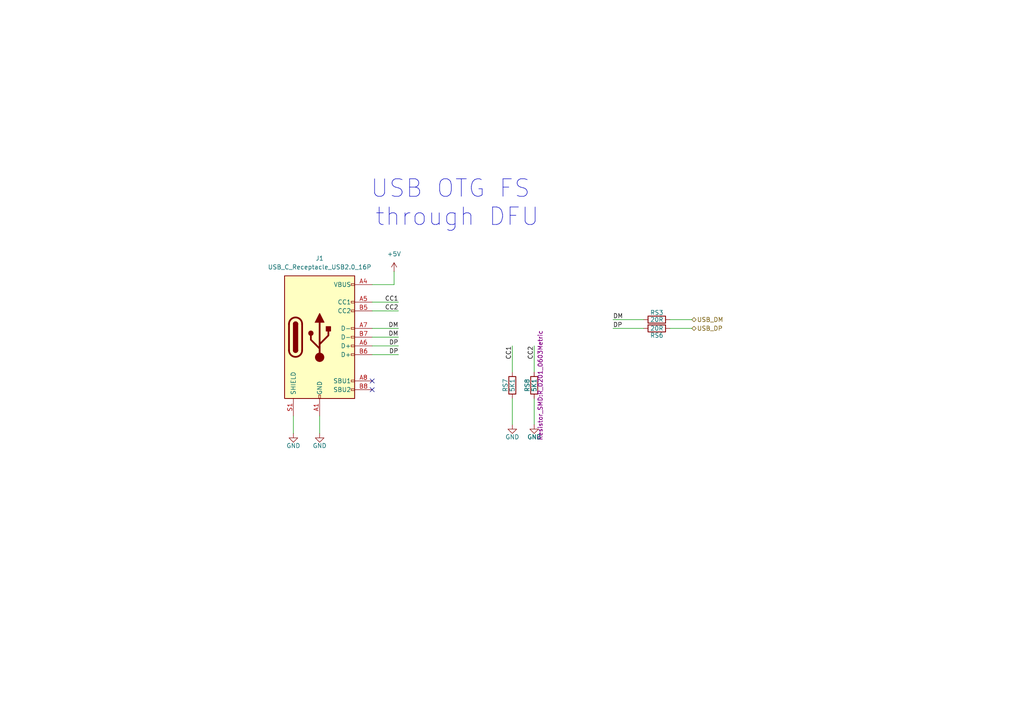
<source format=kicad_sch>
(kicad_sch (version 20250114) (generator "eeschema") (generator_version "9.0")
  (paper "A4")
  (lib_symbols
    (symbol "Connector:USB_C_Receptacle_USB2.0_16P" (pin_names (offset 1.016))
      (property "Reference" "J" (at 0 22.225 0))
      (property "Value" "USB_C_Receptacle_USB2.0_16P" (at 0 19.685 0))
      (symbol "USB_C_Receptacle_USB2.0_16P_0_0"
        (rectangle (start -0.254 -17.78) (end 0.254 -16.764))
        (rectangle (start 10.16 15.494) (end 9.144 14.986))
        (rectangle (start 10.16 10.414) (end 9.144 9.906))
        (rectangle (start 10.16 7.874) (end 9.144 7.366))
        (rectangle (start 10.16 2.794) (end 9.144 2.286))
        (rectangle (start 10.16 0.254) (end 9.144 -0.254))
        (rectangle (start 10.16 -2.286) (end 9.144 -2.794))
        (rectangle (start 10.16 -4.826) (end 9.144 -5.334))
        (rectangle (start 10.16 -12.446) (end 9.144 -12.954))
        (rectangle (start 10.16 -14.986) (end 9.144 -15.494))
      )
      (symbol "USB_C_Receptacle_USB2.0_16P_0_1"
        (rectangle (start -10.16 17.78) (end 10.16 -17.78) (stroke (width 0.254)) (fill (type background)))
        (polyline (pts (xy -8.89 -3.81) (xy -8.89 3.81)) (stroke (width 0.508)))
        (rectangle (start -7.62 -3.81) (end -6.35 3.81) (stroke (width 0.254)) (fill (type outline)))
        (arc (start -7.62 3.81) (mid -6.985 4.4423) (end -6.35 3.81) (stroke (width 0.254)))
        (arc (start -7.62 3.81) (mid -6.985 4.4423) (end -6.35 3.81) (stroke (width 0.254)) (fill (type outline)))
        (arc (start -8.89 3.81) (mid -6.985 5.7067) (end -5.08 3.81) (stroke (width 0.508)))
        (arc (start -5.08 -3.81) (mid -6.985 -5.7067) (end -8.89 -3.81) (stroke (width 0.508)))
        (arc (start -6.35 -3.81) (mid -6.985 -4.4423) (end -7.62 -3.81) (stroke (width 0.254)))
        (arc (start -6.35 -3.81) (mid -6.985 -4.4423) (end -7.62 -3.81) (stroke (width 0.254)) (fill (type outline)))
        (polyline (pts (xy -5.08 3.81) (xy -5.08 -3.81)) (stroke (width 0.508)))
        (circle (center -2.54 1.143) (radius 0.635) (stroke (width 0.254)) (fill (type outline)))
        (polyline (pts (xy -1.27 4.318) (xy 0 6.858) (xy 1.27 4.318) (xy -1.27 4.318)) (stroke (width 0.254)) (fill (type outline)))
        (polyline (pts (xy 0 -2.032) (xy 2.54 0.508) (xy 2.54 1.778)) (stroke (width 0.508)))
        (polyline (pts (xy 0 -3.302) (xy -2.54 -0.762) (xy -2.54 0.508)) (stroke (width 0.508)))
        (polyline (pts (xy 0 -5.842) (xy 0 4.318)) (stroke (width 0.508)))
        (circle (center 0 -5.842) (radius 1.27) (fill (type outline)))
        (rectangle (start 1.905 1.778) (end 3.175 3.048) (stroke (width 0.254)) (fill (type outline)))
      )
      (symbol "USB_C_Receptacle_USB2.0_16P_1_1"
        (pin passive line (at -7.62 -22.86 90) (length 5.08) (name "SHIELD") (number "S1"))
        (pin passive line (at 0 -22.86 90) (length 5.08) (name "GND") (number "A1"))
        (pin passive line (at 0 -22.86 90) (length 5.08) (hide yes) (name "GND") (number "A12"))
        (pin passive line (at 0 -22.86 90) (length 5.08) (hide yes) (name "GND") (number "B1"))
        (pin passive line (at 0 -22.86 90) (length 5.08) (hide yes) (name "GND") (number "B12"))
        (pin passive line (at 15.24 15.24 180) (length 5.08) (name "VBUS") (number "A4"))
        (pin passive line (at 15.24 15.24 180) (length 5.08) (hide yes) (name "VBUS") (number "A9"))
        (pin passive line (at 15.24 15.24 180) (length 5.08) (hide yes) (name "VBUS") (number "B4"))
        (pin passive line (at 15.24 15.24 180) (length 5.08) (hide yes) (name "VBUS") (number "B9"))
        (pin bidirectional line (at 15.24 10.16 180) (length 5.08) (name "CC1") (number "A5"))
        (pin bidirectional line (at 15.24 7.62 180) (length 5.08) (name "CC2") (number "B5"))
        (pin bidirectional line (at 15.24 2.54 180) (length 5.08) (name "D-") (number "A7"))
        (pin bidirectional line (at 15.24 0 180) (length 5.08) (name "D-") (number "B7"))
        (pin bidirectional line (at 15.24 -2.54 180) (length 5.08) (name "D+") (number "A6"))
        (pin bidirectional line (at 15.24 -5.08 180) (length 5.08) (name "D+") (number "B6"))
        (pin bidirectional line (at 15.24 -12.7 180) (length 5.08) (name "SBU1") (number "A8"))
        (pin bidirectional line (at 15.24 -15.24 180) (length 5.08) (name "SBU2") (number "B8"))
      )
    )
    (symbol "Device:R" (pin_numbers (hide yes)) (pin_names (offset 0))
      (property "Reference" "R" (at 2.032 0 90))
      (property "Value" "R" (at 0 0 90))
      (symbol "R_0_1"
        (rectangle (start -1.016 -2.54) (end 1.016 2.54) (stroke (width 0.254)))
      )
      (symbol "R_1_1"
        (pin passive line (at 0 3.81 270) (length 1.27) (name "~") (number "1"))
        (pin passive line (at 0 -3.81 90) (length 1.27) (name "~") (number "2"))
      )
    )
    (symbol "GND_1" (power) (pin_numbers (hide yes)) (pin_names (offset 0) (hide yes))
      (property "Value" "GND" (at 0 -3.81 0))
      (symbol "GND_1_0_1"
        (polyline (pts (xy 0 0) (xy 0 -1.27) (xy 1.27 -1.27) (xy 0 -2.54) (xy -1.27 -1.27) (xy 0 -1.27)))
      )
      (symbol "GND_1_1_1"
        (pin power_in line (at 0 0 270) (length 0) (name "~") (number "1"))
      )
    )
    (symbol "power:+5V" (power) (pin_numbers (hide yes)) (pin_names (offset 0) (hide yes))
      (property "Value" "+5V" (at 0 3.556 0))
      (symbol "+5V_0_1"
        (polyline (pts (xy -0.762 1.27) (xy 0 2.54)))
        (polyline (pts (xy 0 2.54) (xy 0.762 1.27)))
        (polyline (pts (xy 0 0) (xy 0 2.54)))
      )
      (symbol "+5V_1_1"
        (pin power_in line (at 0 0 90) (length 0) (name "~") (number "1"))
      )
    )
  )
  (text "USB OTG FS \nthrough DFU" (at 132.588 58.928 0) (effects (font (size 5.08 5.08))))
  (no_connect (at 107.95 113.03))
  (no_connect (at 107.95 110.49))
  (wire (pts (xy 107.95 87.63) (xy 115.57 87.63)))
  (wire (pts (xy 114.3 78.74) (xy 114.3 82.55)))
  (wire (pts (xy 148.59 115.57) (xy 148.59 123.19)))
  (wire (pts (xy 186.69 95.25) (xy 177.8 95.25)))
  (wire (pts (xy 107.95 90.17) (xy 115.57 90.17)))
  (wire (pts (xy 92.71 120.65) (xy 92.71 125.73)))
  (wire (pts (xy 107.95 100.33) (xy 115.57 100.33)))
  (wire (pts (xy 148.59 100.33) (xy 148.59 107.95)))
  (wire (pts (xy 194.31 92.71) (xy 200.66 92.71)))
  (wire (pts (xy 154.94 100.33) (xy 154.94 107.95)))
  (wire (pts (xy 85.09 120.65) (xy 85.09 125.73)))
  (wire (pts (xy 107.95 95.25) (xy 115.57 95.25)))
  (wire (pts (xy 107.95 97.79) (xy 115.57 97.79)))
  (wire (pts (xy 107.95 102.87) (xy 115.57 102.87)))
  (wire (pts (xy 194.31 95.25) (xy 200.66 95.25)))
  (wire (pts (xy 114.3 82.55) (xy 107.95 82.55)))
  (wire (pts (xy 154.94 115.57) (xy 154.94 123.19)))
  (wire (pts (xy 186.69 92.71) (xy 177.8 92.71)))
  (label "DM" (at 115.57 95.25 180))
  (label "DM" (at 177.8 92.71 0))
  (label "CC1" (at 115.57 87.63 180))
  (label "DM" (at 115.57 97.79 180))
  (label "DP" (at 115.57 100.33 180))
  (label "CC1" (at 148.59 100.33 270))
  (label "DP" (at 177.8 95.25 0))
  (label "DP" (at 115.57 102.87 180))
  (label "CC2" (at 154.94 100.33 270))
  (label "CC2" (at 115.57 90.17 180))
  (hierarchical_label "USB_DP" (shape bidirectional) (at 200.66 95.25 0))
  (hierarchical_label "USB_DM" (shape bidirectional) (at 200.66 92.71 0))
  (symbol (lib_id "Device:R") (at 154.94 111.76 180) (unit 1)
    (property "Reference" "RS8" (at 152.908 111.76 90))
    (property "Value" "5K1" (at 154.94 111.76 90))
    (property "Footprint" "Resistor_SMD:R_0201_0603Metric" (at 156.718 111.76 90))
    (property "JLCPCB Part #" "C177348" (effects (hide yes)))
  )
  (symbol (lib_id "Device:R") (at 148.59 111.76 180) (unit 1)
    (property "Reference" "RS7" (at 146.558 111.76 90))
    (property "Value" "5K1" (at 148.59 111.76 90))
    (property "Footprint" "Resistor_SMD:R_0201_0603Metric" (effects (hide yes)))
    (property "JLCPCB Part #" "C177348" (effects (hide yes)))
  )
  (symbol (lib_name "GND_1") (lib_id "power:GND") (at 154.94 123.19 0) (unit 1)
    (property "Reference" "#PWR03" (effects (hide yes)))
    (property "Value" "GND" (at 154.94 126.746 0))
    (property "Description" "Power symbol creates a global label with name \"GND\" , ground" (effects (hide yes)))
  )
  (symbol (lib_name "GND_1") (lib_id "power:GND") (at 85.09 125.73 0) (unit 1)
    (property "Reference" "#PWR02" (effects (hide yes)))
    (property "Value" "GND" (at 85.09 129.286 0))
    (property "Description" "Power symbol creates a global label with name \"GND\" , ground" (effects (hide yes)))
  )
  (symbol (lib_id "Connector:USB_C_Receptacle_USB2.0_16P") (at 92.71 97.79 0) (unit 1)
    (property "Reference" "J1" (at 92.71 74.93 0))
    (property "Value" "USB_C_Receptacle_USB2.0_16P" (at 92.71 77.47 0))
    (property "Footprint" "Connector_USB:USB_C_Receptacle_GCT_USB4110" (effects (hide yes)))
    (property "Datasheet" "https://www.sohantech.com/smt16-pin-usb-type-c-female-connector-socket-for-pcb-product/" (effects (hide yes)))
    (property "Description" "USB 2.0-only 16P Type-C Receptacle connector" (effects (hide yes)))
    (property "JLCPCB Part #" "C5187472" (effects (hide yes)))
  )
  (symbol (lib_name "GND_1") (lib_id "power:GND") (at 92.71 125.73 0) (unit 1)
    (property "Reference" "#PWR01" (effects (hide yes)))
    (property "Value" "GND" (at 92.71 129.286 0))
    (property "Description" "Power symbol creates a global label with name \"GND\" , ground" (effects (hide yes)))
  )
  (symbol (lib_id "Device:R") (at 190.5 95.25 90) (mirror x) (unit 1)
    (property "Reference" "RS6" (at 190.5 97.282 90))
    (property "Value" "20R" (at 190.5 95.25 90))
    (property "Footprint" "Resistor_SMD:R_0201_0603Metric" (effects (hide yes)))
    (property "JLCPCB Part #" "C22369786" (effects (hide yes)))
  )
  (symbol (lib_id "Device:R") (at 190.5 92.71 90) (unit 1)
    (property "Reference" "RS3" (at 190.5 90.678 90))
    (property "Value" "20R" (at 190.5 92.71 90))
    (property "Footprint" "Resistor_SMD:R_0201_0603Metric" (effects (hide yes)))
    (property "JLCPCB Part #" "C22369786" (effects (hide yes)))
  )
  (symbol (lib_name "GND_1") (lib_id "power:GND") (at 148.59 123.19 0) (unit 1)
    (property "Reference" "#PWR04" (effects (hide yes)))
    (property "Value" "GND" (at 148.59 126.746 0))
    (property "Description" "Power symbol creates a global label with name \"GND\" , ground" (effects (hide yes)))
  )
  (symbol (lib_id "power:+5V") (at 114.3 78.74 0) (unit 1)
    (property "Reference" "#PWR017" (effects (hide yes)))
    (property "Value" "+5V" (at 114.3 73.66 0))
    (property "Description" "Power symbol creates a global label with name \"+5V\"" (effects (hide yes)))
  )
)
</source>
